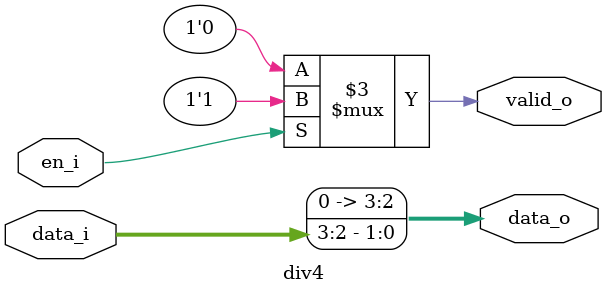
<source format=sv>
module div4 #(
parameter WIDTH = 4
) (
input logic [WIDTH-1:0] data_i,
input logic en_i,
output logic [WIDTH-1:0] data_o,
output logic valid_o
);
always_comb begin
data_o = WIDTH'(data_i[WIDTH-1:2]);
if (en_i) begin
data_o = WIDTH'(data_i[WIDTH-1:2]);
valid_o = 1'b1;
end else begin
valid_o = 1'b0;
end
end
endmodule

</source>
